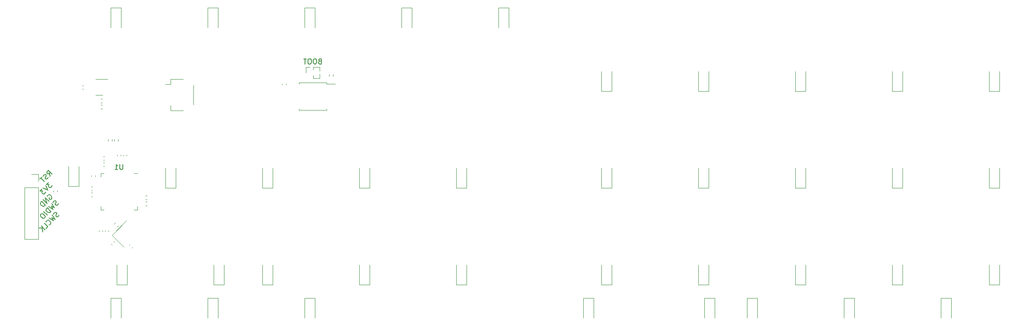
<source format=gbo>
%TF.GenerationSoftware,KiCad,Pcbnew,7.0.6*%
%TF.CreationDate,2023-12-03T11:03:35-05:00*%
%TF.ProjectId,cutiepie2040-ortho-hotswap-solder-pcb,63757469-6570-4696-9532-3034302d6f72,rev?*%
%TF.SameCoordinates,PX27bdd2cPY74f41bc*%
%TF.FileFunction,Legend,Bot*%
%TF.FilePolarity,Positive*%
%FSLAX46Y46*%
G04 Gerber Fmt 4.6, Leading zero omitted, Abs format (unit mm)*
G04 Created by KiCad (PCBNEW 7.0.6) date 2023-12-03 11:03:35*
%MOMM*%
%LPD*%
G01*
G04 APERTURE LIST*
%ADD10C,0.150000*%
%ADD11C,0.120000*%
G04 APERTURE END LIST*
D10*
X5252476Y45909517D02*
X4814743Y45471784D01*
X4814743Y45471784D02*
X5319819Y45438112D01*
X5319819Y45438112D02*
X5218804Y45337097D01*
X5218804Y45337097D02*
X5185132Y45236082D01*
X5185132Y45236082D02*
X5185132Y45168738D01*
X5185132Y45168738D02*
X5218804Y45067723D01*
X5218804Y45067723D02*
X5387163Y44899364D01*
X5387163Y44899364D02*
X5488178Y44865693D01*
X5488178Y44865693D02*
X5555521Y44865693D01*
X5555521Y44865693D02*
X5656537Y44899364D01*
X5656537Y44899364D02*
X5858567Y45101395D01*
X5858567Y45101395D02*
X5892239Y45202410D01*
X5892239Y45202410D02*
X5892239Y45269754D01*
X4612712Y45269754D02*
X5084117Y44326945D01*
X5084117Y44326945D02*
X4141308Y44798349D01*
X3972949Y44629990D02*
X3535216Y44192257D01*
X3535216Y44192257D02*
X4040292Y44158586D01*
X4040292Y44158586D02*
X3939277Y44057570D01*
X3939277Y44057570D02*
X3905605Y43956555D01*
X3905605Y43956555D02*
X3905605Y43889212D01*
X3905605Y43889212D02*
X3939277Y43788196D01*
X3939277Y43788196D02*
X4107636Y43619838D01*
X4107636Y43619838D02*
X4208651Y43586166D01*
X4208651Y43586166D02*
X4275995Y43586166D01*
X4275995Y43586166D02*
X4377010Y43619838D01*
X4377010Y43619838D02*
X4579040Y43821868D01*
X4579040Y43821868D02*
X4612712Y43922883D01*
X4612712Y43922883D02*
X4612712Y43990227D01*
X5471342Y47095426D02*
X5370327Y47667846D01*
X5875403Y47499487D02*
X5168297Y48206594D01*
X5168297Y48206594D02*
X4898923Y47937220D01*
X4898923Y47937220D02*
X4865251Y47836205D01*
X4865251Y47836205D02*
X4865251Y47768861D01*
X4865251Y47768861D02*
X4898923Y47667846D01*
X4898923Y47667846D02*
X4999938Y47566831D01*
X4999938Y47566831D02*
X5100953Y47533159D01*
X5100953Y47533159D02*
X5168297Y47533159D01*
X5168297Y47533159D02*
X5269312Y47566831D01*
X5269312Y47566831D02*
X5538686Y47836205D01*
X5168297Y46859724D02*
X5100953Y46725037D01*
X5100953Y46725037D02*
X4932594Y46556678D01*
X4932594Y46556678D02*
X4831579Y46523006D01*
X4831579Y46523006D02*
X4764236Y46523006D01*
X4764236Y46523006D02*
X4663220Y46556678D01*
X4663220Y46556678D02*
X4595877Y46624022D01*
X4595877Y46624022D02*
X4562205Y46725037D01*
X4562205Y46725037D02*
X4562205Y46792380D01*
X4562205Y46792380D02*
X4595877Y46893396D01*
X4595877Y46893396D02*
X4696892Y47061754D01*
X4696892Y47061754D02*
X4730564Y47162770D01*
X4730564Y47162770D02*
X4730564Y47230113D01*
X4730564Y47230113D02*
X4696892Y47331128D01*
X4696892Y47331128D02*
X4629549Y47398472D01*
X4629549Y47398472D02*
X4528533Y47432144D01*
X4528533Y47432144D02*
X4461190Y47432144D01*
X4461190Y47432144D02*
X4360175Y47398472D01*
X4360175Y47398472D02*
X4191816Y47230113D01*
X4191816Y47230113D02*
X4124472Y47095426D01*
X3888770Y46927067D02*
X3484709Y46523006D01*
X4393846Y46017930D02*
X3686740Y46725037D01*
X4949430Y43157872D02*
X4983102Y43258887D01*
X4983102Y43258887D02*
X5084117Y43359902D01*
X5084117Y43359902D02*
X5218804Y43427246D01*
X5218804Y43427246D02*
X5353491Y43427246D01*
X5353491Y43427246D02*
X5454506Y43393574D01*
X5454506Y43393574D02*
X5622865Y43292559D01*
X5622865Y43292559D02*
X5723880Y43191543D01*
X5723880Y43191543D02*
X5824895Y43023185D01*
X5824895Y43023185D02*
X5858567Y42922169D01*
X5858567Y42922169D02*
X5858567Y42787482D01*
X5858567Y42787482D02*
X5791224Y42652795D01*
X5791224Y42652795D02*
X5723880Y42585452D01*
X5723880Y42585452D02*
X5589193Y42518108D01*
X5589193Y42518108D02*
X5521850Y42518108D01*
X5521850Y42518108D02*
X5286147Y42753811D01*
X5286147Y42753811D02*
X5420834Y42888498D01*
X5286147Y42147719D02*
X4579040Y42854826D01*
X4579040Y42854826D02*
X4882086Y41743658D01*
X4882086Y41743658D02*
X4174979Y42450765D01*
X4545369Y41406941D02*
X3838262Y42114047D01*
X3838262Y42114047D02*
X3669903Y41945689D01*
X3669903Y41945689D02*
X3602560Y41811002D01*
X3602560Y41811002D02*
X3602560Y41676315D01*
X3602560Y41676315D02*
X3636231Y41575299D01*
X3636231Y41575299D02*
X3737247Y41406941D01*
X3737247Y41406941D02*
X3838262Y41305925D01*
X3838262Y41305925D02*
X4006621Y41204910D01*
X4006621Y41204910D02*
X4107636Y41171238D01*
X4107636Y41171238D02*
X4242323Y41171238D01*
X4242323Y41171238D02*
X4377010Y41238582D01*
X4377010Y41238582D02*
X4545369Y41406941D01*
X7245168Y39411571D02*
X7177824Y39276884D01*
X7177824Y39276884D02*
X7009465Y39108525D01*
X7009465Y39108525D02*
X6908450Y39074853D01*
X6908450Y39074853D02*
X6841107Y39074853D01*
X6841107Y39074853D02*
X6740091Y39108525D01*
X6740091Y39108525D02*
X6672748Y39175869D01*
X6672748Y39175869D02*
X6639076Y39276884D01*
X6639076Y39276884D02*
X6639076Y39344227D01*
X6639076Y39344227D02*
X6672748Y39445243D01*
X6672748Y39445243D02*
X6773763Y39613601D01*
X6773763Y39613601D02*
X6807435Y39714617D01*
X6807435Y39714617D02*
X6807435Y39781960D01*
X6807435Y39781960D02*
X6773763Y39882975D01*
X6773763Y39882975D02*
X6706420Y39950319D01*
X6706420Y39950319D02*
X6605404Y39983991D01*
X6605404Y39983991D02*
X6538061Y39983991D01*
X6538061Y39983991D02*
X6437046Y39950319D01*
X6437046Y39950319D02*
X6268687Y39781960D01*
X6268687Y39781960D02*
X6201343Y39647273D01*
X5931969Y39445243D02*
X6470717Y38569777D01*
X6470717Y38569777D02*
X5830954Y38940166D01*
X5830954Y38940166D02*
X6201343Y38300403D01*
X6201343Y38300403D02*
X5325878Y38839151D01*
X5292206Y37525953D02*
X5359550Y37525953D01*
X5359550Y37525953D02*
X5494237Y37593296D01*
X5494237Y37593296D02*
X5561580Y37660640D01*
X5561580Y37660640D02*
X5628924Y37795327D01*
X5628924Y37795327D02*
X5628924Y37930014D01*
X5628924Y37930014D02*
X5595252Y38031029D01*
X5595252Y38031029D02*
X5494237Y38199388D01*
X5494237Y38199388D02*
X5393221Y38300403D01*
X5393221Y38300403D02*
X5224863Y38401418D01*
X5224863Y38401418D02*
X5123847Y38435090D01*
X5123847Y38435090D02*
X4989160Y38435090D01*
X4989160Y38435090D02*
X4854473Y38367747D01*
X4854473Y38367747D02*
X4787130Y38300403D01*
X4787130Y38300403D02*
X4719786Y38165716D01*
X4719786Y38165716D02*
X4719786Y38098373D01*
X4719786Y36818846D02*
X5056504Y37155564D01*
X5056504Y37155564D02*
X4349397Y37862670D01*
X4484084Y36583144D02*
X3776977Y37290250D01*
X4080023Y36179083D02*
X3979008Y36886189D01*
X3372916Y36886189D02*
X4181038Y36886189D01*
X7144152Y41691811D02*
X7076808Y41557124D01*
X7076808Y41557124D02*
X6908449Y41388765D01*
X6908449Y41388765D02*
X6807434Y41355093D01*
X6807434Y41355093D02*
X6740091Y41355093D01*
X6740091Y41355093D02*
X6639075Y41388765D01*
X6639075Y41388765D02*
X6571732Y41456109D01*
X6571732Y41456109D02*
X6538060Y41557124D01*
X6538060Y41557124D02*
X6538060Y41624467D01*
X6538060Y41624467D02*
X6571732Y41725483D01*
X6571732Y41725483D02*
X6672747Y41893841D01*
X6672747Y41893841D02*
X6706419Y41994857D01*
X6706419Y41994857D02*
X6706419Y42062200D01*
X6706419Y42062200D02*
X6672747Y42163216D01*
X6672747Y42163216D02*
X6605404Y42230559D01*
X6605404Y42230559D02*
X6504388Y42264231D01*
X6504388Y42264231D02*
X6437045Y42264231D01*
X6437045Y42264231D02*
X6336030Y42230559D01*
X6336030Y42230559D02*
X6167671Y42062200D01*
X6167671Y42062200D02*
X6100327Y41927513D01*
X5830953Y41725483D02*
X6369701Y40850017D01*
X6369701Y40850017D02*
X5729938Y41220406D01*
X5729938Y41220406D02*
X6100327Y40580643D01*
X6100327Y40580643D02*
X5224862Y41119391D01*
X5662595Y40142910D02*
X4955488Y40850017D01*
X4955488Y40850017D02*
X4787129Y40681659D01*
X4787129Y40681659D02*
X4719786Y40546972D01*
X4719786Y40546972D02*
X4719786Y40412284D01*
X4719786Y40412284D02*
X4753457Y40311269D01*
X4753457Y40311269D02*
X4854473Y40142910D01*
X4854473Y40142910D02*
X4955488Y40041895D01*
X4955488Y40041895D02*
X5123847Y39940880D01*
X5123847Y39940880D02*
X5224862Y39907208D01*
X5224862Y39907208D02*
X5359549Y39907208D01*
X5359549Y39907208D02*
X5494236Y39974552D01*
X5494236Y39974552D02*
X5662595Y40142910D01*
X4955488Y39435804D02*
X4248381Y40142910D01*
X3776977Y39671506D02*
X3642290Y39536819D01*
X3642290Y39536819D02*
X3608618Y39435804D01*
X3608618Y39435804D02*
X3608618Y39301117D01*
X3608618Y39301117D02*
X3709634Y39132758D01*
X3709634Y39132758D02*
X3945336Y38897056D01*
X3945336Y38897056D02*
X4113695Y38796041D01*
X4113695Y38796041D02*
X4248382Y38796041D01*
X4248382Y38796041D02*
X4349397Y38829713D01*
X4349397Y38829713D02*
X4484084Y38964400D01*
X4484084Y38964400D02*
X4517756Y39065415D01*
X4517756Y39065415D02*
X4517756Y39200102D01*
X4517756Y39200102D02*
X4416740Y39368461D01*
X4416740Y39368461D02*
X4181038Y39604163D01*
X4181038Y39604163D02*
X4012679Y39705178D01*
X4012679Y39705178D02*
X3877992Y39705178D01*
X3877992Y39705178D02*
X3776977Y39671506D01*
X58507286Y69720729D02*
X58364429Y69673110D01*
X58364429Y69673110D02*
X58316810Y69625491D01*
X58316810Y69625491D02*
X58269191Y69530253D01*
X58269191Y69530253D02*
X58269191Y69387396D01*
X58269191Y69387396D02*
X58316810Y69292158D01*
X58316810Y69292158D02*
X58364429Y69244538D01*
X58364429Y69244538D02*
X58459667Y69196919D01*
X58459667Y69196919D02*
X58840619Y69196919D01*
X58840619Y69196919D02*
X58840619Y70196919D01*
X58840619Y70196919D02*
X58507286Y70196919D01*
X58507286Y70196919D02*
X58412048Y70149300D01*
X58412048Y70149300D02*
X58364429Y70101681D01*
X58364429Y70101681D02*
X58316810Y70006443D01*
X58316810Y70006443D02*
X58316810Y69911205D01*
X58316810Y69911205D02*
X58364429Y69815967D01*
X58364429Y69815967D02*
X58412048Y69768348D01*
X58412048Y69768348D02*
X58507286Y69720729D01*
X58507286Y69720729D02*
X58840619Y69720729D01*
X57650143Y70196919D02*
X57459667Y70196919D01*
X57459667Y70196919D02*
X57364429Y70149300D01*
X57364429Y70149300D02*
X57269191Y70054062D01*
X57269191Y70054062D02*
X57221572Y69863586D01*
X57221572Y69863586D02*
X57221572Y69530253D01*
X57221572Y69530253D02*
X57269191Y69339777D01*
X57269191Y69339777D02*
X57364429Y69244538D01*
X57364429Y69244538D02*
X57459667Y69196919D01*
X57459667Y69196919D02*
X57650143Y69196919D01*
X57650143Y69196919D02*
X57745381Y69244538D01*
X57745381Y69244538D02*
X57840619Y69339777D01*
X57840619Y69339777D02*
X57888238Y69530253D01*
X57888238Y69530253D02*
X57888238Y69863586D01*
X57888238Y69863586D02*
X57840619Y70054062D01*
X57840619Y70054062D02*
X57745381Y70149300D01*
X57745381Y70149300D02*
X57650143Y70196919D01*
X56602524Y70196919D02*
X56412048Y70196919D01*
X56412048Y70196919D02*
X56316810Y70149300D01*
X56316810Y70149300D02*
X56221572Y70054062D01*
X56221572Y70054062D02*
X56173953Y69863586D01*
X56173953Y69863586D02*
X56173953Y69530253D01*
X56173953Y69530253D02*
X56221572Y69339777D01*
X56221572Y69339777D02*
X56316810Y69244538D01*
X56316810Y69244538D02*
X56412048Y69196919D01*
X56412048Y69196919D02*
X56602524Y69196919D01*
X56602524Y69196919D02*
X56697762Y69244538D01*
X56697762Y69244538D02*
X56793000Y69339777D01*
X56793000Y69339777D02*
X56840619Y69530253D01*
X56840619Y69530253D02*
X56840619Y69863586D01*
X56840619Y69863586D02*
X56793000Y70054062D01*
X56793000Y70054062D02*
X56697762Y70149300D01*
X56697762Y70149300D02*
X56602524Y70196919D01*
X55888238Y70196919D02*
X55316810Y70196919D01*
X55602524Y69196919D02*
X55602524Y70196919D01*
X19811952Y49418417D02*
X19811952Y48608894D01*
X19811952Y48608894D02*
X19764333Y48513656D01*
X19764333Y48513656D02*
X19716714Y48466036D01*
X19716714Y48466036D02*
X19621476Y48418417D01*
X19621476Y48418417D02*
X19431000Y48418417D01*
X19431000Y48418417D02*
X19335762Y48466036D01*
X19335762Y48466036D02*
X19288143Y48513656D01*
X19288143Y48513656D02*
X19240524Y48608894D01*
X19240524Y48608894D02*
X19240524Y49418417D01*
X18240524Y48418417D02*
X18811952Y48418417D01*
X18526238Y48418417D02*
X18526238Y49418417D01*
X18526238Y49418417D02*
X18621476Y49275560D01*
X18621476Y49275560D02*
X18716714Y49180322D01*
X18716714Y49180322D02*
X18811952Y49132703D01*
D11*
%TO.C,C_1V-Decoup2*%
X19880676Y51089168D02*
X19880676Y51304840D01*
X20600676Y51089168D02*
X20600676Y51304840D01*
%TO.C,D6*%
X28170386Y44779806D02*
X28170386Y48679806D01*
X30170386Y44779806D02*
X28170386Y44779806D01*
X30170386Y44779806D02*
X30170386Y48679806D01*
%TO.C,D14*%
X66270482Y44779806D02*
X66270482Y48679806D01*
X68270482Y44779806D02*
X66270482Y44779806D01*
X68270482Y44779806D02*
X68270482Y48679806D01*
%TO.C,C_Crystal1*%
X21100494Y33515891D02*
X21252997Y33668394D01*
X21609611Y33006774D02*
X21762114Y33159277D01*
%TO.C,D37*%
X190095794Y25729758D02*
X190095794Y29629758D01*
X192095794Y25729758D02*
X190095794Y25729758D01*
X192095794Y25729758D02*
X192095794Y29629758D01*
%TO.C,R_Crystal1*%
X18077393Y37664842D02*
X18294674Y37882123D01*
X18614794Y37127441D02*
X18832075Y37344722D01*
%TO.C,D17*%
X85320530Y44779806D02*
X85320530Y48679806D01*
X87320530Y44779806D02*
X85320530Y44779806D01*
X87320530Y44779806D02*
X87320530Y48679806D01*
%TO.C,R_Flash1*%
X61130144Y67126466D02*
X61130144Y66819184D01*
X60370144Y67126466D02*
X60370144Y66819184D01*
%TO.C,SW1*%
X58465145Y68592825D02*
X58465145Y67790355D01*
X57260145Y68592825D02*
X58465145Y68592825D01*
X57260145Y68592825D02*
X57260145Y68046296D01*
X56500145Y68592825D02*
X55740145Y68592825D01*
X55740145Y68592825D02*
X55740145Y67482825D01*
X58465145Y67175295D02*
X58465145Y66372825D01*
X57260145Y66919354D02*
X57260145Y66372825D01*
X57260145Y66372825D02*
X58465145Y66372825D01*
%TO.C,D8*%
X38504782Y23085990D02*
X38504782Y19185990D01*
X36504782Y23085990D02*
X38504782Y23085990D01*
X36504782Y23085990D02*
X36504782Y19185990D01*
%TO.C,D20*%
X113895602Y63829854D02*
X113895602Y67729854D01*
X115895602Y63829854D02*
X113895602Y63829854D01*
X115895602Y63829854D02*
X115895602Y67729854D01*
%TO.C,D15*%
X66270482Y25729758D02*
X66270482Y29629758D01*
X68270482Y25729758D02*
X66270482Y25729758D01*
X68270482Y25729758D02*
X68270482Y29629758D01*
%TO.C,D31*%
X171045746Y63829854D02*
X171045746Y67729854D01*
X173045746Y63829854D02*
X171045746Y63829854D01*
X173045746Y63829854D02*
X173045746Y67729854D01*
%TO.C,C_3V-Decoup2*%
X16181314Y49051062D02*
X15965642Y49051062D01*
X16181314Y49771062D02*
X15965642Y49771062D01*
%TO.C,D13*%
X76604878Y80236134D02*
X76604878Y76336134D01*
X74604878Y80236134D02*
X76604878Y80236134D01*
X74604878Y80236134D02*
X74604878Y76336134D01*
%TO.C,D23*%
X136136278Y23085990D02*
X136136278Y19185990D01*
X134136278Y23085990D02*
X136136278Y23085990D01*
X134136278Y23085990D02*
X134136278Y19185990D01*
%TO.C,C_3V-Decoup7*%
X18690048Y51089168D02*
X18690048Y51304840D01*
X19410048Y51089168D02*
X19410048Y51304840D01*
%TO.C,D32*%
X171045746Y44779806D02*
X171045746Y48679806D01*
X173045746Y44779806D02*
X171045746Y44779806D01*
X173045746Y44779806D02*
X173045746Y48679806D01*
%TO.C,D4*%
X19454734Y23085990D02*
X19454734Y19185990D01*
X17454734Y23085990D02*
X19454734Y23085990D01*
X17454734Y23085990D02*
X17454734Y19185990D01*
%TO.C,C_3V-Decoup9*%
X24300038Y43222608D02*
X24515710Y43222608D01*
X24300038Y42502608D02*
X24515710Y42502608D01*
%TO.C,C_3V-Decoup4*%
X13800058Y43097922D02*
X13584386Y43097922D01*
X13800058Y43817922D02*
X13584386Y43817922D01*
%TO.C,D26*%
X132945650Y25729758D02*
X132945650Y29629758D01*
X134945650Y25729758D02*
X132945650Y25729758D01*
X134945650Y25729758D02*
X134945650Y29629758D01*
%TO.C,D28*%
X151995698Y44779806D02*
X151995698Y48679806D01*
X153995698Y44779806D02*
X151995698Y44779806D01*
X153995698Y44779806D02*
X153995698Y48679806D01*
%TO.C,R_DATA1*%
X18834734Y54327215D02*
X18834734Y54019933D01*
X18074734Y54327215D02*
X18074734Y54019933D01*
%TO.C,C_3V-Decoup8*%
X17028792Y36421990D02*
X17028792Y36206318D01*
X16308792Y36421990D02*
X16308792Y36206318D01*
%TO.C,C_Flash1*%
X51134661Y65079047D02*
X51134661Y65294719D01*
X51854661Y65079047D02*
X51854661Y65294719D01*
%TO.C,D10*%
X47220434Y44779806D02*
X47220434Y48679806D01*
X49220434Y44779806D02*
X47220434Y44779806D01*
X49220434Y44779806D02*
X49220434Y48679806D01*
%TO.C,D35*%
X190095794Y63829854D02*
X190095794Y67729854D01*
X192095794Y63829854D02*
X190095794Y63829854D01*
X192095794Y63829854D02*
X192095794Y67729854D01*
%TO.C,D38*%
X182570770Y23085990D02*
X182570770Y19185990D01*
X180570770Y23085990D02*
X182570770Y23085990D01*
X180570770Y23085990D02*
X180570770Y19185990D01*
%TO.C,D19*%
X112323718Y23085990D02*
X112323718Y19185990D01*
X110323718Y23085990D02*
X112323718Y23085990D01*
X110323718Y23085990D02*
X110323718Y19185990D01*
%TO.C,U3*%
X15135978Y63043284D02*
X15785978Y63043284D01*
X15135978Y63043284D02*
X14485978Y63043284D01*
X15135978Y66163284D02*
X16810978Y66163284D01*
X15135978Y66163284D02*
X14485978Y66163284D01*
%TO.C,D25*%
X132945650Y44779806D02*
X132945650Y48679806D01*
X134945650Y44779806D02*
X132945650Y44779806D01*
X134945650Y44779806D02*
X134945650Y48679806D01*
%TO.C,D11*%
X47220434Y25729758D02*
X47220434Y29629758D01*
X49220434Y25729758D02*
X47220434Y25729758D01*
X49220434Y25729758D02*
X49220434Y29629758D01*
%TO.C,C_1V-Decoup3*%
X15838164Y36421990D02*
X15838164Y36206318D01*
X15118164Y36421990D02*
X15118164Y36206318D01*
%TO.C,D18*%
X85320530Y25729758D02*
X85320530Y29629758D01*
X87320530Y25729758D02*
X85320530Y25729758D01*
X87320530Y25729758D02*
X87320530Y29629758D01*
%TO.C,D34*%
X163520722Y23085990D02*
X163520722Y19185990D01*
X161520722Y23085990D02*
X163520722Y23085990D01*
X161520722Y23085990D02*
X161520722Y19185990D01*
%TO.C,D2*%
X9120338Y45077463D02*
X9120338Y48977463D01*
X11120338Y45077463D02*
X9120338Y45077463D01*
X11120338Y45077463D02*
X11120338Y48977463D01*
%TO.C,D3*%
X18645362Y25729758D02*
X18645362Y29629758D01*
X20645362Y25729758D02*
X18645362Y25729758D01*
X20645362Y25729758D02*
X20645362Y29629758D01*
%TO.C,D29*%
X151995698Y25729758D02*
X151995698Y29629758D01*
X153995698Y25729758D02*
X151995698Y25729758D01*
X153995698Y25729758D02*
X153995698Y29629758D01*
%TO.C,D16*%
X95654926Y80236134D02*
X95654926Y76336134D01*
X93654926Y80236134D02*
X95654926Y80236134D01*
X93654926Y80236134D02*
X93654926Y76336134D01*
%TO.C,C_3V-Decoup6*%
X24300038Y42031980D02*
X24515710Y42031980D01*
X24300038Y41311980D02*
X24515710Y41311980D01*
%TO.C,D30*%
X144470674Y23085990D02*
X144470674Y19185990D01*
X142470674Y23085990D02*
X144470674Y23085990D01*
X142470674Y23085990D02*
X142470674Y19185990D01*
%TO.C,D1*%
X19454734Y80236134D02*
X19454734Y76336134D01*
X17454734Y80236134D02*
X19454734Y80236134D01*
X17454734Y80236134D02*
X17454734Y76336134D01*
%TO.C,C_3V-Decoup1*%
X15701314Y60362028D02*
X15485642Y60362028D01*
X15701314Y61082028D02*
X15485642Y61082028D01*
%TO.C,C_LD1*%
X12014116Y64243284D02*
X11798444Y64243284D01*
X12014116Y64963284D02*
X11798444Y64963284D01*
%TO.C,R_RST1*%
X6168454Y43984909D02*
X6168454Y44292191D01*
X6928454Y43984909D02*
X6928454Y44292191D01*
%TO.C,U2*%
X59875144Y60080627D02*
X59875144Y60340627D01*
X59875144Y65270627D02*
X61550144Y65270627D01*
X59875144Y65530627D02*
X59875144Y65270627D01*
X57150144Y60080627D02*
X59875144Y60080627D01*
X57150144Y60080627D02*
X54425144Y60080627D01*
X57150144Y65530627D02*
X59875144Y65530627D01*
X57150144Y65530627D02*
X54425144Y65530627D01*
X54425144Y60080627D02*
X54425144Y60340627D01*
X54425144Y65530627D02*
X54425144Y65270627D01*
%TO.C,D33*%
X171045746Y25729758D02*
X171045746Y29629758D01*
X173045746Y25729758D02*
X171045746Y25729758D01*
X173045746Y25729758D02*
X173045746Y29629758D01*
%TO.C,D36*%
X190095794Y44779806D02*
X190095794Y48679806D01*
X192095794Y44779806D02*
X190095794Y44779806D01*
X192095794Y44779806D02*
X192095794Y48679806D01*
%TO.C,D7*%
X37695410Y25729758D02*
X37695410Y29629758D01*
X39695410Y25729758D02*
X37695410Y25729758D01*
X39695410Y25729758D02*
X39695410Y29629758D01*
%TO.C,D12*%
X57554830Y23085990D02*
X57554830Y19185990D01*
X55554830Y23085990D02*
X57554830Y23085990D01*
X55554830Y23085990D02*
X55554830Y19185990D01*
%TO.C,C_1V-Decoup1*%
X16181314Y50241690D02*
X15965642Y50241690D01*
X16181314Y50961690D02*
X15965642Y50961690D01*
%TO.C,C_3V-Decoup3*%
X13629879Y47025400D02*
X13629879Y47241072D01*
X14349879Y47025400D02*
X14349879Y47241072D01*
%TO.C,D22*%
X113895602Y25729758D02*
X113895602Y29629758D01*
X115895602Y25729758D02*
X113895602Y25729758D01*
X115895602Y25729758D02*
X115895602Y29629758D01*
%TO.C,U1*%
X22660048Y40443236D02*
X22660048Y41093236D01*
X22010048Y40443236D02*
X22660048Y40443236D01*
X22010048Y47663236D02*
X22660048Y47663236D01*
X16090048Y40443236D02*
X15440048Y40443236D01*
X16090048Y47663236D02*
X15440048Y47663236D01*
X15440048Y40443236D02*
X15440048Y41093236D01*
X15440048Y47663236D02*
X15440048Y47013236D01*
%TO.C,J2*%
X3179938Y34666666D02*
X519938Y34666666D01*
X3179938Y44886666D02*
X3179938Y34666666D01*
X3179938Y44886666D02*
X519938Y44886666D01*
X3179938Y46156666D02*
X3179938Y47486666D01*
X3179938Y47486666D02*
X1849938Y47486666D01*
X519938Y44886666D02*
X519938Y34666666D01*
%TO.C,D27*%
X151995698Y63829854D02*
X151995698Y67729854D01*
X153995698Y63829854D02*
X151995698Y63829854D01*
X153995698Y63829854D02*
X153995698Y67729854D01*
%TO.C,C_Crystal2*%
X17681113Y33602088D02*
X17528610Y33754591D01*
X18190230Y34111205D02*
X18037727Y34263708D01*
%TO.C,D9*%
X57554830Y80236134D02*
X57554830Y76336134D01*
X55554830Y80236134D02*
X57554830Y80236134D01*
X55554830Y80236134D02*
X55554830Y76336134D01*
%TO.C,D24*%
X132945650Y63829854D02*
X132945650Y67729854D01*
X134945650Y63829854D02*
X132945650Y63829854D01*
X134945650Y63829854D02*
X134945650Y67729854D01*
%TO.C,C_3V-Decoup5*%
X13800058Y44288550D02*
X13584386Y44288550D01*
X13800058Y45008550D02*
X13584386Y45008550D01*
%TO.C,R_DATA2*%
X17644106Y54327215D02*
X17644106Y54019933D01*
X16884106Y54327215D02*
X16884106Y54019933D01*
%TO.C,C_LD2*%
X15701314Y61552656D02*
X15485642Y61552656D01*
X15701314Y62272656D02*
X15485642Y62272656D01*
%TO.C,J1*%
X31671328Y66213284D02*
X29171328Y66213284D01*
X29171328Y66213284D02*
X29171328Y65163284D01*
X29171328Y65163284D02*
X28181328Y65163284D01*
X33641328Y65043284D02*
X33641328Y61163284D01*
X31671328Y59993284D02*
X29171328Y59993284D01*
X29171328Y59993284D02*
X29171328Y61043284D01*
%TO.C,D21*%
X113895602Y44779806D02*
X113895602Y48679806D01*
X115895602Y44779806D02*
X113895602Y44779806D01*
X115895602Y44779806D02*
X115895602Y48679806D01*
%TO.C,Y1*%
X17659736Y35471353D02*
X20488163Y38299780D01*
X19993189Y33137900D02*
X17659736Y35471353D01*
%TO.C,D5*%
X38504782Y80236134D02*
X38504782Y76336134D01*
X36504782Y80236134D02*
X38504782Y80236134D01*
X36504782Y80236134D02*
X36504782Y76336134D01*
%TD*%
M02*

</source>
